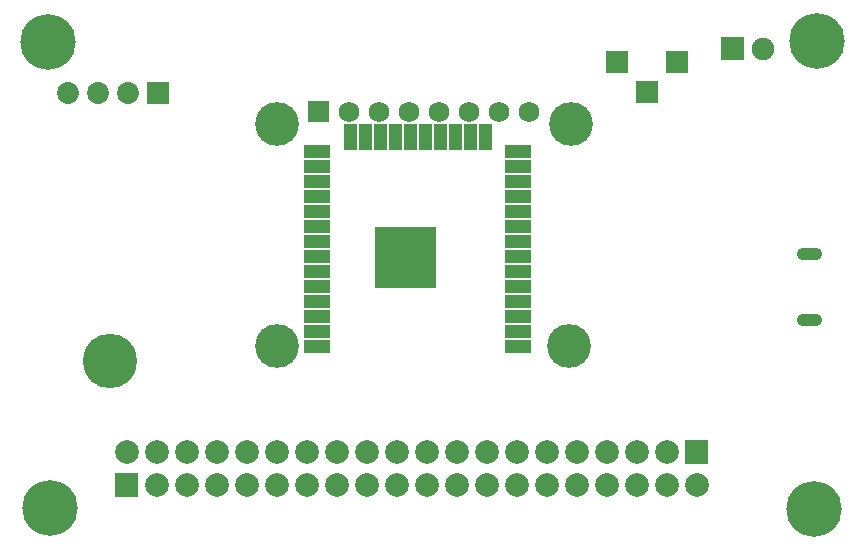
<source format=gbs>
G04 Layer: BottomSolderMaskLayer*
G04 EasyEDA v6.4.17, 2021-08-18T09:55:10--4:00*
G04 6e8a5ac20ec34cd9bcedad4da788ba3a,10*
G04 Gerber Generator version 0.2*
G04 Scale: 100 percent, Rotated: No, Reflected: No *
G04 Dimensions in millimeters *
G04 leading zeros omitted , absolute positions ,4 integer and 5 decimal *
%FSLAX45Y45*%
%MOMM*%

%ADD70C,1.0516*%
%ADD73C,4.7032*%
%ADD74C,4.6032*%
%ADD82C,1.9016*%
%ADD94C,2.0032*%
%ADD98C,3.7032*%
%ADD99C,1.7432*%
%ADD102C,1.8542*%

%LPD*%
D70*
X7336502Y7578801D02*
G01*
X7446502Y7578801D01*
X7336502Y8143798D02*
G01*
X7446502Y8143798D01*
D73*
G01*
X7454900Y9944100D03*
G01*
X7429500Y5981700D03*
G01*
X965200Y5994400D03*
G01*
X950010Y9940010D03*
D74*
G01*
X1469999Y7239990D03*
D82*
G01*
X6997700Y9880600D03*
G36*
X6648704Y9785604D02*
G01*
X6648704Y9975595D01*
X6838695Y9975595D01*
X6838695Y9785604D01*
G37*
D94*
G01*
X6438900Y6184900D03*
G01*
X6184900Y6184900D03*
G01*
X5930900Y6184900D03*
G01*
X5676900Y6184900D03*
G01*
X5422900Y6184900D03*
G01*
X5168900Y6184900D03*
G01*
X4914900Y6184900D03*
G01*
X4660900Y6184900D03*
G01*
X4406900Y6184900D03*
G01*
X4152900Y6184900D03*
G01*
X3898900Y6184900D03*
G01*
X3644900Y6184900D03*
G01*
X3390900Y6184900D03*
G01*
X3136900Y6184900D03*
G01*
X2882900Y6184900D03*
G01*
X2628900Y6184900D03*
G01*
X2374900Y6184900D03*
G01*
X2120900Y6184900D03*
G01*
X1866900Y6184900D03*
G36*
X1512823Y6084823D02*
G01*
X1512823Y6284976D01*
X1712976Y6284976D01*
X1712976Y6084823D01*
G37*
G01*
X1612900Y6464300D03*
G01*
X1866900Y6464300D03*
G01*
X2120900Y6464300D03*
G01*
X2374900Y6464300D03*
G01*
X2628900Y6464300D03*
G01*
X2882900Y6464300D03*
G01*
X3136900Y6464300D03*
G01*
X3390900Y6464300D03*
G01*
X3644900Y6464300D03*
G01*
X3898900Y6464300D03*
G01*
X4152900Y6464300D03*
G01*
X4406900Y6464300D03*
G01*
X4660900Y6464300D03*
G01*
X4914900Y6464300D03*
G01*
X5168900Y6464300D03*
G01*
X5422900Y6464300D03*
G01*
X5676900Y6464300D03*
G01*
X5930900Y6464300D03*
G01*
X6184900Y6464300D03*
G36*
X6338824Y6364223D02*
G01*
X6338824Y6564376D01*
X6538975Y6564376D01*
X6538975Y6364223D01*
G37*
D98*
G01*
X2886913Y9241586D03*
G01*
X5370906Y9241586D03*
G01*
X5359400Y7366000D03*
G01*
X2882900Y7366000D03*
D99*
G01*
X5016500Y9347200D03*
G01*
X4762500Y9347200D03*
G01*
X4508500Y9347200D03*
G01*
X3746500Y9347200D03*
G01*
X4000500Y9347200D03*
G01*
X4254500Y9347200D03*
G36*
X3151377Y9260078D02*
G01*
X3151377Y9434321D01*
X3325622Y9434321D01*
X3325622Y9260078D01*
G37*
G01*
X3492500Y9347200D03*
G36*
X6178804Y9671304D02*
G01*
X6178804Y9861295D01*
X6368795Y9861295D01*
X6368795Y9671304D01*
G37*
G36*
X5924804Y9417304D02*
G01*
X5924804Y9607295D01*
X6114795Y9607295D01*
X6114795Y9417304D01*
G37*
G36*
X5670804Y9671304D02*
G01*
X5670804Y9861295D01*
X5860795Y9861295D01*
X5860795Y9671304D01*
G37*
G36*
X3116579Y7300721D02*
G01*
X3116579Y7410958D01*
X3336797Y7410958D01*
X3336797Y7300721D01*
G37*
G36*
X3116579Y7427721D02*
G01*
X3116579Y7537958D01*
X3336797Y7537958D01*
X3336797Y7427721D01*
G37*
G36*
X3116579Y7554721D02*
G01*
X3116579Y7664958D01*
X3336797Y7664958D01*
X3336797Y7554721D01*
G37*
G36*
X3116579Y7681721D02*
G01*
X3116579Y7791958D01*
X3336797Y7791958D01*
X3336797Y7681721D01*
G37*
G36*
X3116579Y7808721D02*
G01*
X3116579Y7918958D01*
X3336797Y7918958D01*
X3336797Y7808721D01*
G37*
G36*
X3116579Y7935721D02*
G01*
X3116579Y8045958D01*
X3336797Y8045958D01*
X3336797Y7935721D01*
G37*
G36*
X3116579Y8062721D02*
G01*
X3116579Y8172958D01*
X3336797Y8172958D01*
X3336797Y8062721D01*
G37*
G36*
X3116579Y8189721D02*
G01*
X3116579Y8299958D01*
X3336797Y8299958D01*
X3336797Y8189721D01*
G37*
G36*
X3116579Y8316721D02*
G01*
X3116579Y8426958D01*
X3336797Y8426958D01*
X3336797Y8316721D01*
G37*
G36*
X3116579Y8443721D02*
G01*
X3116579Y8553958D01*
X3336797Y8553958D01*
X3336797Y8443721D01*
G37*
G36*
X3116579Y8570721D02*
G01*
X3116579Y8680958D01*
X3336797Y8680958D01*
X3336797Y8570721D01*
G37*
G36*
X3116579Y8697721D02*
G01*
X3116579Y8807958D01*
X3336797Y8807958D01*
X3336797Y8697721D01*
G37*
G36*
X3116579Y8824721D02*
G01*
X3116579Y8934958D01*
X3336797Y8934958D01*
X3336797Y8824721D01*
G37*
G36*
X3116579Y8951721D02*
G01*
X3116579Y9061958D01*
X3336797Y9061958D01*
X3336797Y8951721D01*
G37*
G36*
X3450081Y9018524D02*
G01*
X3450081Y9238995D01*
X3560318Y9238995D01*
X3560318Y9018524D01*
G37*
G36*
X3577081Y9018524D02*
G01*
X3577081Y9238995D01*
X3687318Y9238995D01*
X3687318Y9018524D01*
G37*
G36*
X3704081Y9018524D02*
G01*
X3704081Y9238995D01*
X3814318Y9238995D01*
X3814318Y9018524D01*
G37*
G36*
X3831081Y9018524D02*
G01*
X3831081Y9238995D01*
X3941318Y9238995D01*
X3941318Y9018524D01*
G37*
G36*
X3958081Y9018524D02*
G01*
X3958081Y9238995D01*
X4068318Y9238995D01*
X4068318Y9018524D01*
G37*
G36*
X4085081Y9018524D02*
G01*
X4085081Y9238995D01*
X4195318Y9238995D01*
X4195318Y9018524D01*
G37*
G36*
X4212081Y9018524D02*
G01*
X4212081Y9238995D01*
X4322318Y9238995D01*
X4322318Y9018524D01*
G37*
G36*
X4339081Y9018524D02*
G01*
X4339081Y9238995D01*
X4449318Y9238995D01*
X4449318Y9018524D01*
G37*
G36*
X4466081Y9018524D02*
G01*
X4466081Y9238995D01*
X4576318Y9238995D01*
X4576318Y9018524D01*
G37*
G36*
X4593081Y9018524D02*
G01*
X4593081Y9238995D01*
X4703318Y9238995D01*
X4703318Y9018524D01*
G37*
G36*
X4816602Y8951721D02*
G01*
X4816602Y9061958D01*
X5036820Y9061958D01*
X5036820Y8951721D01*
G37*
G36*
X4816602Y8824721D02*
G01*
X4816602Y8934958D01*
X5036820Y8934958D01*
X5036820Y8824721D01*
G37*
G36*
X4816602Y8697721D02*
G01*
X4816602Y8807958D01*
X5036820Y8807958D01*
X5036820Y8697721D01*
G37*
G36*
X4816602Y8570721D02*
G01*
X4816602Y8680958D01*
X5036820Y8680958D01*
X5036820Y8570721D01*
G37*
G36*
X4816602Y8443721D02*
G01*
X4816602Y8553958D01*
X5036820Y8553958D01*
X5036820Y8443721D01*
G37*
G36*
X4816602Y8316721D02*
G01*
X4816602Y8426958D01*
X5036820Y8426958D01*
X5036820Y8316721D01*
G37*
G36*
X4816602Y8189721D02*
G01*
X4816602Y8299958D01*
X5036820Y8299958D01*
X5036820Y8189721D01*
G37*
G36*
X4816602Y8062721D02*
G01*
X4816602Y8172958D01*
X5036820Y8172958D01*
X5036820Y8062721D01*
G37*
G36*
X4816602Y7935721D02*
G01*
X4816602Y8045958D01*
X5036820Y8045958D01*
X5036820Y7935721D01*
G37*
G36*
X4816602Y7808721D02*
G01*
X4816602Y7918958D01*
X5036820Y7918958D01*
X5036820Y7808721D01*
G37*
G36*
X4816602Y7681721D02*
G01*
X4816602Y7791958D01*
X5036820Y7791958D01*
X5036820Y7681721D01*
G37*
G36*
X4816602Y7554721D02*
G01*
X4816602Y7664958D01*
X5036820Y7664958D01*
X5036820Y7554721D01*
G37*
G36*
X4816602Y7427721D02*
G01*
X4816602Y7537958D01*
X5036820Y7537958D01*
X5036820Y7427721D01*
G37*
G36*
X4816602Y7300721D02*
G01*
X4816602Y7410958D01*
X5036820Y7410958D01*
X5036820Y7300721D01*
G37*
G36*
X3714750Y7849870D02*
G01*
X3714750Y8370315D01*
X4235195Y8370315D01*
X4235195Y7849870D01*
G37*
D102*
G01*
X1112520Y9505467D03*
G01*
X1366520Y9505467D03*
G01*
X1620520Y9505467D03*
G36*
X1781810Y9412731D02*
G01*
X1781810Y9598152D01*
X1967229Y9598152D01*
X1967229Y9412731D01*
G37*
M02*

</source>
